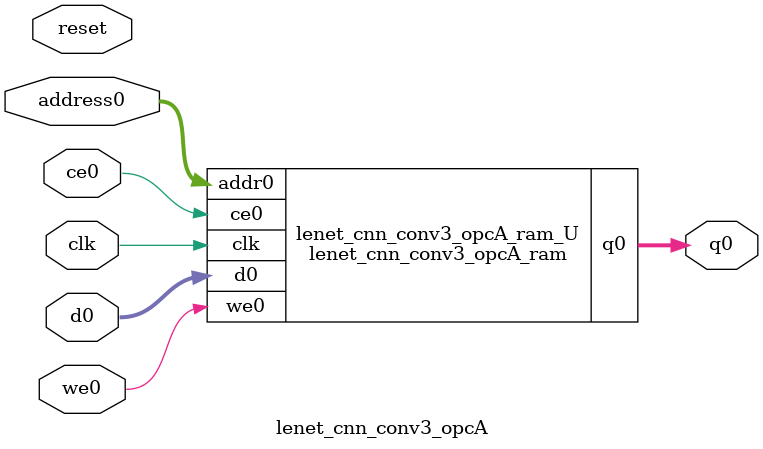
<source format=v>
`timescale 1 ns / 1 ps
module lenet_cnn_conv3_opcA_ram (addr0, ce0, d0, we0, q0,  clk);

parameter DWIDTH = 32;
parameter AWIDTH = 11;
parameter MEM_SIZE = 1600;

input[AWIDTH-1:0] addr0;
input ce0;
input[DWIDTH-1:0] d0;
input we0;
output reg[DWIDTH-1:0] q0;
input clk;

(* ram_style = "block" *)reg [DWIDTH-1:0] ram[0:MEM_SIZE-1];




always @(posedge clk)  
begin 
    if (ce0) 
    begin
        if (we0) 
        begin 
            ram[addr0] <= d0; 
        end 
        q0 <= ram[addr0];
    end
end


endmodule

`timescale 1 ns / 1 ps
module lenet_cnn_conv3_opcA(
    reset,
    clk,
    address0,
    ce0,
    we0,
    d0,
    q0);

parameter DataWidth = 32'd32;
parameter AddressRange = 32'd1600;
parameter AddressWidth = 32'd11;
input reset;
input clk;
input[AddressWidth - 1:0] address0;
input ce0;
input we0;
input[DataWidth - 1:0] d0;
output[DataWidth - 1:0] q0;



lenet_cnn_conv3_opcA_ram lenet_cnn_conv3_opcA_ram_U(
    .clk( clk ),
    .addr0( address0 ),
    .ce0( ce0 ),
    .we0( we0 ),
    .d0( d0 ),
    .q0( q0 ));

endmodule


</source>
